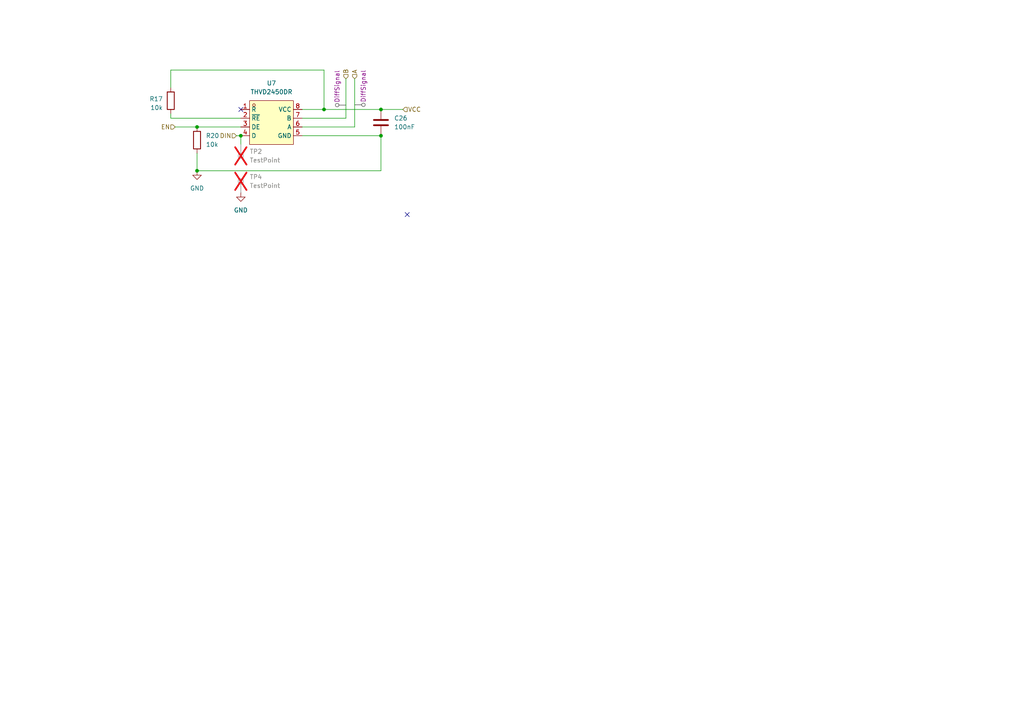
<source format=kicad_sch>
(kicad_sch (version 20250114) (generator "eeschema") (generator_version "9.0")
  (paper "A4")
  (lib_symbols
    (symbol "Connector:TestPoint" (pin_numbers (hide yes)) (pin_names (offset 0.762) (hide yes))
      (property "Reference" "TP" (at 0 6.858 0))
      (property "Value" "TestPoint" (at 0 5.08 0))
      (symbol "TestPoint_0_1"
        (circle (center 0 3.302) (radius 0.762))
      )
      (symbol "TestPoint_1_1"
        (pin passive line (at 0 0 90) (length 2.54) (name "1") (number "1"))
      )
    )
    (symbol "Device:C" (pin_numbers (hide yes)) (pin_names (offset 0.254))
      (property "Reference" "C" (at 0.635 2.54 0))
      (property "Value" "C" (at 0.635 -2.54 0))
      (symbol "C_0_1"
        (polyline (pts (xy -2.032 0.762) (xy 2.032 0.762)) (stroke (width 0.508)))
        (polyline (pts (xy -2.032 -0.762) (xy 2.032 -0.762)) (stroke (width 0.508)))
      )
      (symbol "C_1_1"
        (pin passive line (at 0 3.81 270) (length 2.794) (name "~") (number "1"))
        (pin passive line (at 0 -3.81 90) (length 2.794) (name "~") (number "2"))
      )
    )
    (symbol "Device:R" (pin_numbers (hide yes)) (pin_names (offset 0))
      (property "Reference" "R" (at 2.032 0 90))
      (property "Value" "R" (at 0 0 90))
      (symbol "R_0_1"
        (rectangle (start -1.016 -2.54) (end 1.016 2.54) (stroke (width 0.254)))
      )
      (symbol "R_1_1"
        (pin passive line (at 0 3.81 270) (length 1.27) (name "~") (number "1"))
        (pin passive line (at 0 -3.81 90) (length 1.27) (name "~") (number "2"))
      )
    )
    (symbol "easyeda2kicad:THVD2450DR"
      (property "Reference" "U" (at 0 8.89 0))
      (property "Value" "THVD2450DR" (at 0 -8.89 0))
      (symbol "THVD2450DR_0_1"
        (rectangle (start -6.35 6.35) (end 6.35 -6.35) (fill (type background)))
        (circle (center -5.08 5.08) (radius 0.38))
        (pin unspecified line (at -8.89 3.81 0) (length 2.54) (name "R") (number "1"))
        (pin unspecified line (at -8.89 1.27 0) (length 2.54) (name "~{RE}") (number "2"))
        (pin unspecified line (at -8.89 -1.27 0) (length 2.54) (name "DE") (number "3"))
        (pin unspecified line (at -8.89 -3.81 0) (length 2.54) (name "D") (number "4"))
        (pin unspecified line (at 8.89 3.81 180) (length 2.54) (name "VCC") (number "8"))
        (pin unspecified line (at 8.89 1.27 180) (length 2.54) (name "B") (number "7"))
        (pin unspecified line (at 8.89 -1.27 180) (length 2.54) (name "A") (number "6"))
        (pin unspecified line (at 8.89 -3.81 180) (length 2.54) (name "GND") (number "5"))
      )
    )
    (symbol "power:GND" (power) (pin_numbers (hide yes)) (pin_names (offset 0) (hide yes))
      (property "Value" "GND" (at 0 -3.81 0))
      (symbol "GND_0_1"
        (polyline (pts (xy 0 0) (xy 0 -1.27) (xy 1.27 -1.27) (xy 0 -2.54) (xy -1.27 -1.27) (xy 0 -1.27)))
      )
      (symbol "GND_1_1"
        (pin power_in line (at 0 0 270) (length 0) (name "~") (number "1"))
      )
    )
  )
  (junction (at 57.15 49.53))
  (junction (at 110.49 31.75))
  (junction (at 93.98 31.75))
  (junction (at 69.85 39.37))
  (junction (at 57.15 36.83))
  (junction (at 110.49 39.37))
  (no_connect (at 69.85 31.75))
  (no_connect (at 118.11 62.23))
  (wire (pts (xy 57.15 36.83) (xy 69.85 36.83)))
  (wire (pts (xy 49.53 33.02) (xy 49.53 34.29)))
  (wire (pts (xy 87.63 39.37) (xy 110.49 39.37)))
  (wire (pts (xy 50.8 36.83) (xy 57.15 36.83)))
  (wire (pts (xy 100.33 34.29) (xy 87.63 34.29)))
  (wire (pts (xy 49.53 20.32) (xy 93.98 20.32)))
  (wire (pts (xy 102.87 36.83) (xy 87.63 36.83)))
  (wire (pts (xy 93.98 31.75) (xy 110.49 31.75)))
  (wire (pts (xy 57.15 44.45) (xy 57.15 49.53)))
  (wire (pts (xy 68.58 39.37) (xy 69.85 39.37)))
  (wire (pts (xy 69.85 41.91) (xy 69.85 39.37)))
  (wire (pts (xy 110.49 49.53) (xy 57.15 49.53)))
  (wire (pts (xy 49.53 25.4) (xy 49.53 20.32)))
  (wire (pts (xy 102.87 22.86) (xy 102.87 36.83)))
  (wire (pts (xy 110.49 31.75) (xy 116.84 31.75)))
  (wire (pts (xy 100.33 22.86) (xy 100.33 34.29)))
  (wire (pts (xy 87.63 31.75) (xy 93.98 31.75)))
  (wire (pts (xy 110.49 39.37) (xy 110.49 49.53)))
  (wire (pts (xy 49.53 34.29) (xy 69.85 34.29)))
  (wire (pts (xy 93.98 20.32) (xy 93.98 31.75)))
  (hierarchical_label "DIN" (shape input) (at 68.58 39.37 180))
  (hierarchical_label "VCC" (shape input) (at 116.84 31.75 0))
  (hierarchical_label "A" (shape input) (at 102.87 22.86 90))
  (hierarchical_label "B" (shape input) (at 100.33 22.86 90))
  (hierarchical_label "EN" (shape input) (at 50.8 36.83 180))
  (netclass_flag "" (length 2.54) (shape round) (at 102.87 30.3993 270) (property "Netclass" "DiffSignal" (at 105.41 29.7008 90) (effects (justify left))))
  (netclass_flag "" (length 2.54) (shape round) (at 100.33 30.48 90) (property "Netclass" "DiffSignal" (at 97.79 29.7815 90) (effects (justify left))))
  (symbol (lib_id "power:GND") (at 57.15 49.53 0) (unit 1)
    (property "Reference" "#PWR012" (effects (hide yes)))
    (property "Value" "GND" (at 57.15 54.61 0))
    (property "Description" "Power symbol creates a global label with name \"GND\" , ground" (effects (hide yes)))
    (instances (project "high_speed" (path "" (reference "#PWR012") (unit 1)) (path "" (reference "#PWR02") (unit 1))))
  )
  (symbol (lib_id "power:GND") (at 69.85 55.88 0) (unit 1)
    (property "Reference" "#PWR022" (effects (hide yes)))
    (property "Value" "GND" (at 69.85 60.96 0))
    (property "Description" "Power symbol creates a global label with name \"GND\" , ground" (effects (hide yes)))
    (instances (project "" (path "" (reference "#PWR022") (unit 1)) (path "" (reference "#PWR023") (unit 1))))
  )
  (symbol (lib_id "Device:R") (at 57.15 40.64 0) (unit 1)
    (property "Reference" "R20" (at 59.69 39.3699 0) (effects (justify left)))
    (property "Value" "10k" (at 59.69 41.9099 0) (effects (justify left)))
    (property "Footprint" "Resistor_SMD:R_0603_1608Metric" (effects (hide yes)))
    (property "Description" "Resistor" (effects (hide yes)))
    (instances (project "high_speed" (path "" (reference "R20") (unit 1)) (path "" (reference "R15") (unit 1))))
  )
  (symbol (lib_id "Connector:TestPoint") (at 69.85 41.91 180) (unit 1) (in_bom no) (dnp yes)
    (property "Reference" "TP2" (at 72.39 43.9419 0) (effects (justify right)))
    (property "Value" "TestPoint" (at 72.39 46.4819 0) (effects (justify right)))
    (property "Footprint" "TestPoint:TestPoint_Pad_D1.0mm" (effects (hide yes)))
    (property "Description" "test point" (effects (hide yes)))
    (instances (project "" (path "" (reference "TP2") (unit 1)) (path "" (reference "TP3") (unit 1))))
  )
  (symbol (lib_id "Device:C") (at 110.49 35.56 0) (unit 1)
    (property "Reference" "C26" (at 114.3 34.2899 0) (effects (justify left)))
    (property "Value" "100nF" (at 114.3 36.8299 0) (effects (justify left)))
    (property "Footprint" "Capacitor_SMD:C_0603_1608Metric" (effects (hide yes)))
    (property "Description" "Unpolarized capacitor" (effects (hide yes)))
    (instances (project "high_speed" (path "" (reference "C26") (unit 1)) (path "" (reference "C25") (unit 1))))
  )
  (symbol (lib_id "Device:R") (at 49.53 29.21 0) (mirror y) (unit 1)
    (property "Reference" "R17" (at 47.244 28.702 0) (effects (justify left)))
    (property "Value" "10k" (at 47.244 31.242 0) (effects (justify left)))
    (property "Footprint" "Resistor_SMD:R_0603_1608Metric" (effects (hide yes)))
    (property "Description" "Resistor" (effects (hide yes)))
    (instances (project "high_speed" (path "" (reference "R17") (unit 1)) (path "" (reference "R16") (unit 1))))
  )
  (symbol (lib_id "Connector:TestPoint") (at 69.85 55.88 0) (unit 1) (in_bom no) (dnp yes)
    (property "Reference" "TP4" (at 72.39 51.3079 0) (effects (justify left)))
    (property "Value" "TestPoint" (at 72.39 53.8479 0) (effects (justify left)))
    (property "Footprint" "TestPoint:TestPoint_Pad_D1.0mm" (effects (hide yes)))
    (property "Description" "test point" (effects (hide yes)))
    (instances (project "" (path "" (reference "TP4") (unit 1)) (path "" (reference "TP5") (unit 1))))
  )
  (symbol (lib_id "easyeda2kicad:THVD2450DR") (at 78.74 35.56 0) (unit 1)
    (property "Reference" "U7" (at 78.74 24.13 0))
    (property "Value" "THVD2450DR" (at 78.74 26.67 0))
    (property "Footprint" "easyeda2kicad:SOIC-8_L4.9-W3.9-P1.27-LS6.0-BL" (effects (hide yes)))
    (property "LCSC Part" "C2672621" (effects (hide yes)))
    (instances (project "high_speed" (path "" (reference "U7") (unit 1)) (path "" (reference "U17") (unit 1))))
  )
)
</source>
